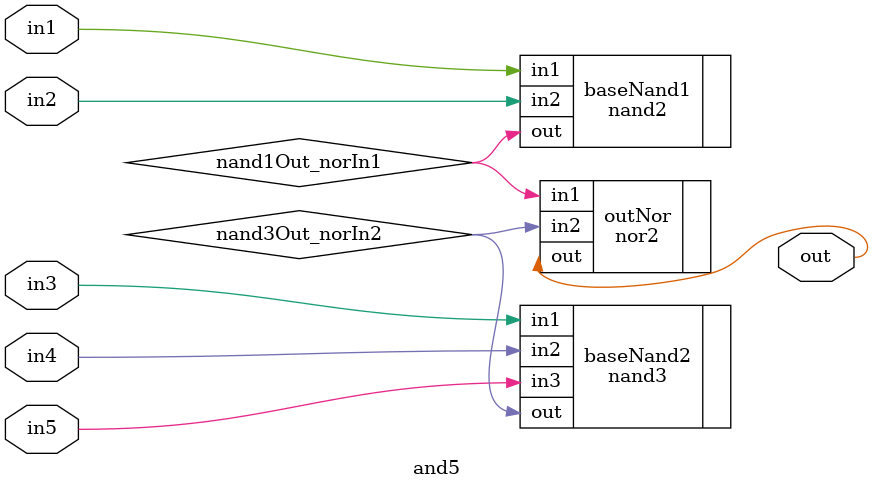
<source format=v>
/*
    CS/ECE 552 Spring '22
    Homework #1, Problem 2

    5 input AND built out of required gates
*/
module and5 (in1, in2, in3, in4, in5, out);
    input   in1, in2, in3, in4, in5;
    output  out;

    wire    nand1Out_norIn1, nand3Out_norIn2;

    // one way to create a 4-input AND out of NANDs, NORs, and NOTs is
    // to have 2 2-input NANDs followed by a 2-input NOR
    nand2 baseNand1 (// OUTPUT
		     .out(nand1Out_norIn1),
		     // INPUT
		     .in1(in1),
		     .in2(in2)
		     );

    nand3 baseNand2 (// OUTPUT
		     .out(nand3Out_norIn2),
		     // INPUT
		     .in1(in3),
		     .in2(in4),
		     .in3(in5)
		     );

    // now use a NOR2 to get a 5-input AND
    nor2 outNor (// OUTPUT
		 .out(out),
		 // INPUT
		 .in1(nand1Out_norIn1),
		 .in2(nand3Out_norIn2)
		 );

endmodule

</source>
